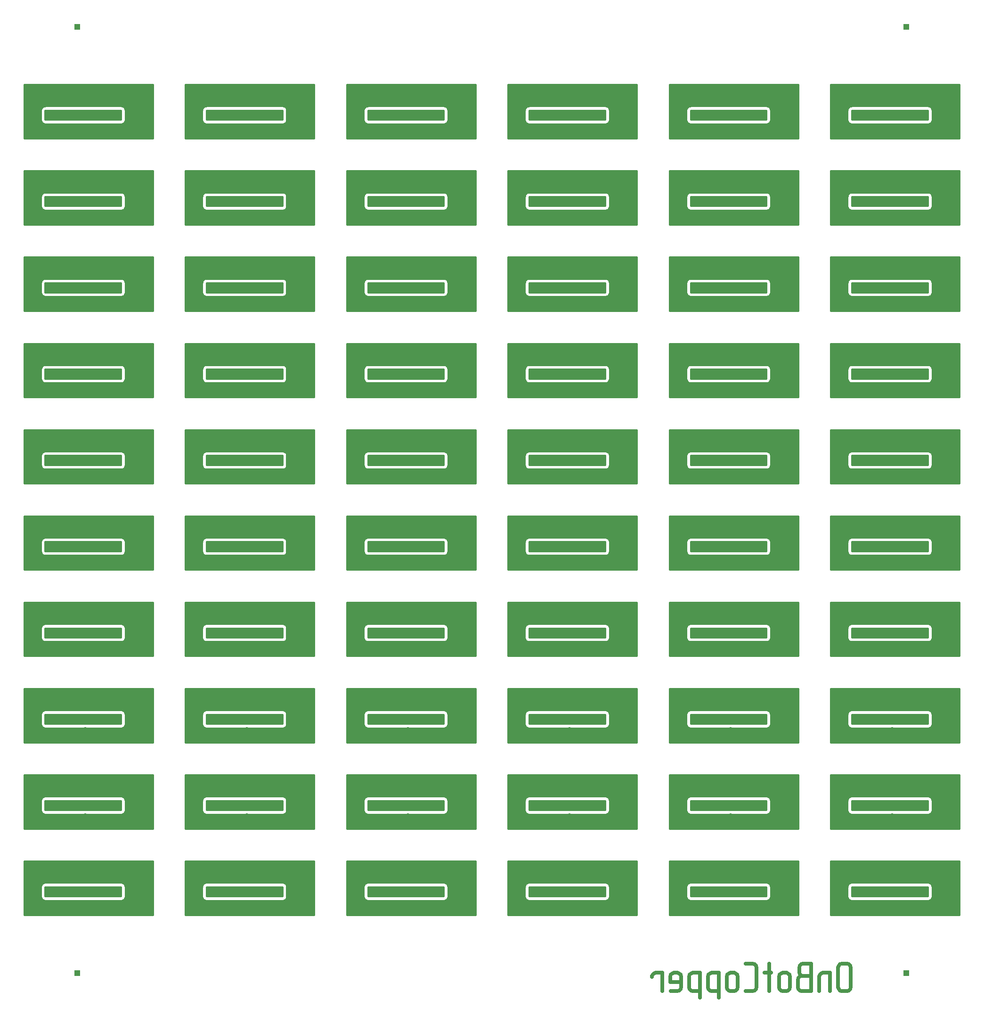
<source format=gbr>
G04 FreePCB MFC Application*
G04 Version: ÏëàòÔîðì 2.427*
G04 Author: niconson.com *
G04 WebSite: https://niconson.com/freepcb2 *
G04 Repositories: https://github.com/niconson *
G04 D:\Works\ÏëàòÔîðì íà ðóññêîì\Projects\Led\version-01\(wERRORS)CAM(Driver-01)(9-14-2025)\Driver-01.BOT.gbr*

G04 Objects of panelization *
G04 ìåäü íèç layer *
G04 Scale: 100 percent, Rotated: No, Reflected: No *
%FSLAX26Y26*%
%MOIN*%
G04 ìåäü íèç *
G04 Rounded Rectangle Macro, params: W/2, H/2, R *
%AMRNDREC*
21,1,$1+$1,$2+$2-$3-$3,0,0,0*
21,1,$1+$1-$3-$3,$2+$2,0,0,0*
1,1,$3+$3,$1-$3,$2-$3*
1,1,$3+$3,$3-$1,$2-$3*
1,1,$3+$3,$1-$3,$3-$2*
1,1,$3+$3,$3-$1,$3-$2*%
G04 Rectangular Thermal Macro, params: W/4, H/4, TW/4, TC/4 *
%AMRECTHERM*
21,1,$1+$1-$3-$3-$4-$4,$2+$2-$3-$3-$4-$4-$4-$4,0-$1-$3-$4,0-$2-$3,0*
21,1,$1+$1-$3-$3-$4-$4-$4-$4,$2+$2-$3-$3-$4-$4,0-$1-$3,0-$2-$3-$4,0*
1,1,$4+$4+$4+$4,0-$1-$1+$4+$4,0-$2-$2+$4+$4*
1,1,$4+$4+$4+$4,0-$1-$1+$4+$4,0-$3-$3-$4-$4*
1,1,$4+$4+$4+$4,0-$3-$3-$4-$4,0-$2-$2+$4+$4*
21,1,$1+$1-$3-$3-$4-$4,$2+$2-$3-$3-$4-$4-$4-$4,0-$1-$3-$4,$2+$3,0*
21,1,$1+$1-$3-$3-$4-$4-$4-$4,$2+$2-$3-$3-$4-$4,0-$1-$3,$2+$3+$4,0*
1,1,$4+$4+$4+$4,0-$1-$1+$4+$4,$2+$2-$4-$4*
1,1,$4+$4+$4+$4,0-$1-$1+$4+$4,$3+$3+$4+$4*
1,1,$4+$4+$4+$4,0-$3-$3-$4-$4,$2+$2-$4-$4*
21,1,$1+$1-$3-$3-$4-$4,$2+$2-$3-$3-$4-$4-$4-$4,$1+$3+$4,0-$2-$3,0*
21,1,$1+$1-$3-$3-$4-$4-$4-$4,$2+$2-$3-$3-$4-$4,$1+$3,0-$2-$3-$4,0*
1,1,$4+$4+$4+$4,$1+$1-$4-$4,0-$2-$2+$4+$4*
1,1,$4+$4+$4+$4,$1+$1-$4-$4,0-$3-$3-$4-$4*
1,1,$4+$4+$4+$4,$3+$3+$4+$4,0-$2-$2+$4+$4*
21,1,$1+$1-$3-$3-$4-$4,$2+$2-$3-$3-$4-$4-$4-$4,$1+$3+$4,$2+$3,0*
21,1,$1+$1-$3-$3-$4-$4-$4-$4,$2+$2-$3-$3-$4-$4,$1+$3,$2+$3+$4,0*
1,1,$4+$4+$4+$4,$1+$1-$4-$4,$2+$2-$4-$4*
1,1,$4+$4+$4+$4,$1+$1-$4-$4,$3+$3+$4+$4*
1,1,$4+$4+$4+$4,$3+$3+$4+$4,$2+$2-$4-$4*%
%AMRECTHERM_45*
21,1,$1+$1+$1+$1,$2+$2+$2+$2-$4-$4-$4-$4-$4-$4-$4-$4-$4-$4-$3-$3,0,0,0*
21,1,$1+$1+$1+$1-$4-$4-$4-$4-$4-$4-$4-$4-$4-$4-$3-$3,$2+$2+$2+$2,0,0,0*
1,1,$4+$4+$4+$4,$1+$1-$4-$4,$2+$2-$4-$4-$4-$4-$4-$3*
1,1,$4+$4+$4+$4,$1+$1-$4-$4,0-$2-$2+$4+$4+$4+$4+$4+$3*
1,1,$4+$4+$4+$4,$1+$1-$4-$4-$4-$4-$4-$3,$2+$2-$4-$4*
1,1,$4+$4+$4+$4,0-$1-$1+$4+$4+$4+$4+$4+$3,$2+$2-$4-$4*
1,1,$4+$4+$4+$4,0-$1-$1+$4+$4,$2+$2-$4-$4-$4-$4-$4-$3*
1,1,$4+$4+$4+$4,0-$1-$1+$4+$4,0-$2-$2+$4+$4+$4+$4+$4+$3*
1,1,$4+$4+$4+$4,$1+$1-$4-$4-$4-$4-$4-$3,0-$2-$2+$4+$4*
1,1,$4+$4+$4+$4,0-$1-$1+$4+$4+$4+$4+$4+$3,0-$2-$2+$4+$4*%
%ADD10R,0.039370X0.039370*%
%ADD11C,0.028121*%
%ADD12C,0.010000*%
%ADD13C,0.011811*%
%ADD14C,0.010630*%
%ADD15C,0.035433*%
%ADD16C,0.039370*%
G01*
G04 begin color: clBlack*
%LPD*%

G04 Objects of panelization *
D10*
X-590551Y-846456D03*
X5275590Y5846456D03*
X-590551Y5846456D03*
X5275590Y-846456D03*
D11*
X4881850Y-947300D02*
X4877600Y-960150D01*
X4877600Y-960150D02*
X4869050Y-968700D01*
X4869050Y-968700D02*
X4856200Y-973000D01*
X4856200Y-973000D02*
X4817650Y-973000D01*
X4817650Y-973000D02*
X4804850Y-968700D01*
X4804850Y-968700D02*
X4796300Y-960150D01*
X4796300Y-960150D02*
X4792000Y-947300D01*
X4792000Y-947300D02*
X4792000Y-806100D01*
X4792000Y-806100D02*
X4796300Y-793250D01*
X4796300Y-793250D02*
X4804850Y-784700D01*
X4804850Y-784700D02*
X4817650Y-780400D01*
X4817650Y-780400D02*
X4856200Y-780400D01*
X4856200Y-780400D02*
X4869050Y-784700D01*
X4869050Y-784700D02*
X4877600Y-793250D01*
X4877600Y-793250D02*
X4881850Y-806100D01*
X4881850Y-806100D02*
X4881850Y-947300D01*
X4735700Y-973000D02*
X4735700Y-844600D01*
X4735700Y-844600D02*
X4684350Y-844600D01*
X4684350Y-844600D02*
X4671500Y-848900D01*
X4671500Y-848900D02*
X4662950Y-857450D01*
X4662950Y-857450D02*
X4658650Y-870250D01*
X4658650Y-870250D02*
X4658650Y-973000D01*
X4542450Y-780400D02*
X4602350Y-780400D01*
X4602350Y-780400D02*
X4602350Y-973000D01*
X4602350Y-973000D02*
X4533900Y-973000D01*
X4533900Y-973000D02*
X4521050Y-968700D01*
X4521050Y-968700D02*
X4512500Y-960150D01*
X4512500Y-960150D02*
X4508200Y-947300D01*
X4508200Y-947300D02*
X4508200Y-891650D01*
X4508200Y-891650D02*
X4512500Y-878850D01*
X4512500Y-878850D02*
X4521050Y-870250D01*
X4542450Y-780400D02*
X4529600Y-784700D01*
X4529600Y-784700D02*
X4521050Y-793250D01*
X4521050Y-793250D02*
X4516750Y-806100D01*
X4516750Y-806100D02*
X4516750Y-840300D01*
X4516750Y-840300D02*
X4521050Y-853150D01*
X4521050Y-853150D02*
X4529600Y-861700D01*
X4529600Y-861700D02*
X4542450Y-866000D01*
X4521050Y-870250D02*
X4533900Y-866000D01*
X4533900Y-866000D02*
X4602350Y-866000D01*
X4451900Y-947300D02*
X4447600Y-960150D01*
X4447600Y-960150D02*
X4439050Y-968700D01*
X4439050Y-968700D02*
X4426250Y-973000D01*
X4426250Y-973000D02*
X4400550Y-973000D01*
X4400550Y-973000D02*
X4387700Y-968700D01*
X4387700Y-968700D02*
X4379150Y-960150D01*
X4379150Y-960150D02*
X4374900Y-947300D01*
X4374900Y-947300D02*
X4374900Y-870250D01*
X4374900Y-870250D02*
X4379150Y-857450D01*
X4379150Y-857450D02*
X4387700Y-848900D01*
X4387700Y-848900D02*
X4400550Y-844600D01*
X4400550Y-844600D02*
X4426250Y-844600D01*
X4426250Y-844600D02*
X4439050Y-848900D01*
X4439050Y-848900D02*
X4447600Y-857450D01*
X4447600Y-857450D02*
X4451900Y-870250D01*
X4451900Y-870250D02*
X4451900Y-947300D01*
X4305750Y-780400D02*
X4305750Y-973000D01*
X4318550Y-844600D02*
X4271500Y-844600D01*
X4138150Y-973000D02*
X4189500Y-973000D01*
X4189500Y-973000D02*
X4202350Y-968700D01*
X4202350Y-968700D02*
X4210900Y-960150D01*
X4210900Y-960150D02*
X4215200Y-947300D01*
X4215200Y-947300D02*
X4215200Y-806100D01*
X4215200Y-806100D02*
X4210900Y-793250D01*
X4210900Y-793250D02*
X4202350Y-784700D01*
X4202350Y-784700D02*
X4189500Y-780400D01*
X4189500Y-780400D02*
X4138150Y-780400D01*
X4081850Y-947300D02*
X4077550Y-960150D01*
X4077550Y-960150D02*
X4069000Y-968700D01*
X4069000Y-968700D02*
X4056200Y-973000D01*
X4056200Y-973000D02*
X4030500Y-973000D01*
X4030500Y-973000D02*
X4017650Y-968700D01*
X4017650Y-968700D02*
X4009100Y-960150D01*
X4009100Y-960150D02*
X4004800Y-947300D01*
X4004800Y-947300D02*
X4004800Y-870250D01*
X4004800Y-870250D02*
X4009100Y-857450D01*
X4009100Y-857450D02*
X4017650Y-848900D01*
X4017650Y-848900D02*
X4030500Y-844600D01*
X4030500Y-844600D02*
X4056200Y-844600D01*
X4056200Y-844600D02*
X4069000Y-848900D01*
X4069000Y-848900D02*
X4077550Y-857450D01*
X4077550Y-857450D02*
X4081850Y-870250D01*
X4081850Y-870250D02*
X4081850Y-947300D01*
X3948500Y-1020050D02*
X3948500Y-844600D01*
X3948500Y-844600D02*
X3897150Y-844600D01*
X3897150Y-844600D02*
X3884350Y-848900D01*
X3884350Y-848900D02*
X3875750Y-857450D01*
X3875750Y-857450D02*
X3871500Y-870250D01*
X3871500Y-870250D02*
X3871500Y-947300D01*
X3871500Y-947300D02*
X3875750Y-960150D01*
X3875750Y-960150D02*
X3884350Y-968700D01*
X3884350Y-968700D02*
X3897150Y-973000D01*
X3897150Y-973000D02*
X3948500Y-973000D01*
X3815200Y-1020050D02*
X3815200Y-844600D01*
X3815200Y-844600D02*
X3763850Y-844600D01*
X3763850Y-844600D02*
X3751000Y-848900D01*
X3751000Y-848900D02*
X3742450Y-857450D01*
X3742450Y-857450D02*
X3738150Y-870250D01*
X3738150Y-870250D02*
X3738150Y-947300D01*
X3738150Y-947300D02*
X3742450Y-960150D01*
X3742450Y-960150D02*
X3751000Y-968700D01*
X3751000Y-968700D02*
X3763850Y-973000D01*
X3763850Y-973000D02*
X3815200Y-973000D01*
X3681850Y-908800D02*
X3604800Y-908800D01*
X3604800Y-908800D02*
X3604800Y-870250D01*
X3604800Y-870250D02*
X3609100Y-857450D01*
X3609100Y-857450D02*
X3617650Y-848900D01*
X3617650Y-848900D02*
X3630500Y-844600D01*
X3630500Y-844600D02*
X3656150Y-844600D01*
X3656150Y-844600D02*
X3669000Y-848900D01*
X3669000Y-848900D02*
X3677550Y-857450D01*
X3677550Y-857450D02*
X3681850Y-870250D01*
X3681850Y-870250D02*
X3681850Y-947300D01*
X3681850Y-947300D02*
X3677550Y-960150D01*
X3677550Y-960150D02*
X3669000Y-968700D01*
X3669000Y-968700D02*
X3656150Y-973000D01*
X3656150Y-973000D02*
X3609100Y-973000D01*
X3548500Y-973000D02*
X3548500Y-844600D01*
X3548500Y-844600D02*
X3501450Y-844600D01*
X3501450Y-844600D02*
X3488600Y-848900D01*
X3488600Y-848900D02*
X3480050Y-857450D01*
X3480050Y-857450D02*
X3475750Y-866000D01*
X3475750Y-866000D02*
X3475750Y-874550D01*
D12*

G04 Step and Repeat for panelization *
%SRX6Y10I1.141732J0.610236*%

G04 ----------------------- Draw board outline (positive)*
D14*
G04 driwing hatch*
X-967100Y-434700D02*
X-56500Y-434650D01*
X-967100Y-425250D02*
X-56500Y-425150D01*
X-967100Y-415800D02*
X-56500Y-415700D01*
X-967100Y-406350D02*
X-56500Y-406250D01*
X-967100Y-396900D02*
X-56500Y-396800D01*
X-967100Y-387400D02*
X-56500Y-387350D01*
X-967100Y-377950D02*
X-56500Y-377850D01*
X-967100Y-368500D02*
X-56500Y-368400D01*
X-967100Y-359050D02*
X-56500Y-358950D01*
X-967100Y-349600D02*
X-56500Y-349500D01*
X-967100Y-340150D02*
X-56500Y-340050D01*
X-56500Y-330600D02*
X-264900Y-330600D01*
X-833100Y-330650D02*
X-967100Y-330650D01*
X-56500Y-321100D02*
X-254950Y-321150D01*
X-843150Y-321200D02*
X-967100Y-321200D01*
X-56500Y-311650D02*
X-250500Y-311700D01*
X-847600Y-311750D02*
X-967100Y-311750D01*
X-56500Y-302200D02*
X-248850Y-302200D01*
X-849250Y-302300D02*
X-967100Y-302300D01*
X-56500Y-292750D02*
X-248850Y-292750D01*
X-849250Y-292800D02*
X-967100Y-292850D01*
X-56500Y-283300D02*
X-248850Y-283300D01*
X-849250Y-283350D02*
X-967100Y-283400D01*
X-56500Y-273850D02*
X-248850Y-273850D01*
X-849250Y-273900D02*
X-967100Y-273900D01*
X-56500Y-264350D02*
X-248850Y-264400D01*
X-849250Y-264450D02*
X-967100Y-264450D01*
X-56500Y-254900D02*
X-248850Y-254950D01*
X-849250Y-255000D02*
X-967100Y-255000D01*
X-56500Y-245450D02*
X-248850Y-245450D01*
X-849250Y-245550D02*
X-967100Y-245550D01*
X-56500Y-236000D02*
X-249500Y-236000D01*
X-848650Y-236050D02*
X-967100Y-236100D01*
X-56500Y-226550D02*
X-251550Y-226550D01*
X-846650Y-226600D02*
X-967100Y-226600D01*
X-56500Y-217050D02*
X-257850Y-217100D01*
X-840300Y-217150D02*
X-967100Y-217150D01*
X-56500Y-207600D02*
X-278050Y-207650D01*
X-820350Y-207700D02*
X-967100Y-207700D01*
X-967100Y-198250D02*
X-56500Y-198150D01*
X-967100Y-188800D02*
X-56500Y-188700D01*
X-967100Y-179350D02*
X-56500Y-179250D01*
X-967100Y-169850D02*
X-56500Y-169800D01*
X-967100Y-160400D02*
X-56500Y-160300D01*
X-967100Y-150950D02*
X-56500Y-150850D01*
X-967100Y-141500D02*
X-56500Y-141400D01*
X-967100Y-132050D02*
X-56500Y-131950D01*
X-967100Y-122600D02*
X-56500Y-122500D01*
X-967100Y-113100D02*
X-56500Y-113050D01*
X-967100Y-103650D02*
X-56500Y-103550D01*
X-967100Y-94200D02*
X-56500Y-94100D01*
X-967100Y-84750D02*
X-56500Y-84650D01*
X-967100Y-75300D02*
X-56500Y-75200D01*
X-967100Y-65800D02*
X-56500Y-65750D01*
D13*
X-56549Y-435608D02*
X-967104Y-435608D01*
X-967104Y-56553D01*
X-56549Y-56553D01*
X-56549Y-435608D01*
X-281024Y-207077D02*
X-817159Y-207077D01*
X-829453Y-209522D01*
X-839876Y-216486D01*
X-846840Y-226909D01*
X-849285Y-239203D01*
X-849285Y-303470D01*
X-846840Y-315764D01*
X-839876Y-326187D01*
X-829453Y-333151D01*
X-817159Y-335596D01*
X-281024Y-335596D01*
X-268729Y-333151D01*
X-264555Y-330362D01*
X-258307Y-326187D01*
X-251343Y-315764D01*
X-248898Y-303470D01*
X-248898Y-303470D01*
X-248898Y-239203D01*
X-248898Y-239203D01*
X-250937Y-228948D01*
X-251343Y-226909D01*
X-254132Y-222734D01*
X-258307Y-216486D01*
X-268730Y-209522D01*
X-281024Y-207077D01*
D14*
G04 driwing hatch*
X-817150Y-302400D02*
X-281000Y-302350D01*
X-817150Y-292950D02*
X-281000Y-292900D01*
X-817150Y-283500D02*
X-281000Y-283450D01*
X-817150Y-274050D02*
X-281000Y-274000D01*
X-817150Y-264600D02*
X-281000Y-264550D01*
X-817150Y-255100D02*
X-281000Y-255050D01*
X-817150Y-245650D02*
X-281000Y-245600D01*
D13*
X-281024Y-303470D02*
X-817159Y-303470D01*
X-817159Y-239203D01*
X-281024Y-239203D01*
X-281024Y-303470D01*

G04 -------------- Draw Parts, Pads, Traces, Vias and Text (positive)*
D15*
X-534797Y-345091D03*
X-515112Y-376587D03*
X-554482Y-376587D03*

G04 Draw traces*
D16*
X-822508Y-403162D03*
X-309325Y-281115D03*
X-643031Y-278951D03*
X-607632Y-278951D03*
X-787401Y-282228D03*

G04 Draw Text*
D12*
M02*

</source>
